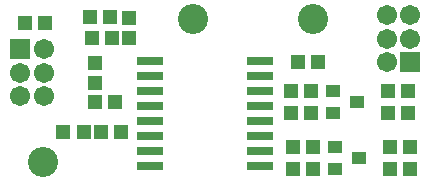
<source format=gbr>
G04 DipTrace Beta 2.9.0.1*
G04 TopMask.gbr*
%MOIN*%
G04 #@! TF.FileFunction,Soldermask,Top*
G04 #@! TF.Part,Single*
%ADD25C,0.1004*%
%ADD30R,0.08674X0.031622*%
%ADD32C,0.067055*%
%ADD34R,0.067055X0.067055*%
%ADD36R,0.04737X0.041465*%
%ADD38R,0.04737X0.051307*%
%ADD40R,0.051307X0.04737*%
%FSLAX26Y26*%
G04*
G70*
G90*
G75*
G01*
G04 TopMask*
%LPD*%
D40*
X1900408Y500261D3*
X1833479D3*
X1894157Y687781D3*
X1827228D3*
X1525369Y856549D3*
X1592298D3*
X681530Y987812D3*
X614601D3*
D38*
X962810Y937807D3*
Y1004736D3*
D36*
X1650382Y575269D3*
Y500466D3*
X1728434Y537867D3*
X1644131Y762789D3*
Y687986D3*
X1722184Y725387D3*
D40*
X744037Y625274D3*
X810966D3*
D25*
X675580Y525755D3*
X1175580Y1000755D3*
X1575580D3*
D34*
X600272Y900303D3*
D32*
Y821563D3*
Y742823D3*
X679012D3*
Y821563D3*
Y900303D3*
D34*
X1900408Y856549D3*
D32*
Y935289D3*
Y1014029D3*
X1821668D3*
Y935289D3*
Y856549D3*
D40*
X850298Y725285D3*
X917227D3*
X900303Y1006564D3*
X833374D3*
X837797Y937807D3*
X904726D3*
X869050Y625274D3*
X935979D3*
X1569123Y687781D3*
X1502194D3*
X1900408Y575269D3*
X1833479D3*
X1894157Y762789D3*
X1827228D3*
X1569123D3*
X1502194D3*
X1575374Y575269D3*
X1508445D3*
X1575374Y500261D3*
X1508445D3*
D38*
X850298Y787791D3*
Y854720D3*
D30*
X1031567Y862799D3*
Y812799D3*
Y762799D3*
Y712799D3*
Y662799D3*
Y612799D3*
Y562799D3*
Y512799D3*
X1397709D3*
Y562799D3*
Y612799D3*
Y662799D3*
Y712799D3*
Y762799D3*
Y812799D3*
Y862799D3*
M02*

</source>
